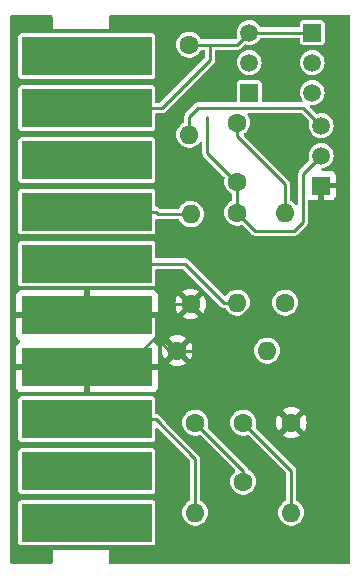
<source format=gbr>
G04 #@! TF.GenerationSoftware,KiCad,Pcbnew,8.0.1*
G04 #@! TF.CreationDate,2024-06-19T00:34:13-04:00*
G04 #@! TF.ProjectId,OdysseyDaughterCardVertSyncGenerator,4f647973-7365-4794-9461-756768746572,1.0*
G04 #@! TF.SameCoordinates,Original*
G04 #@! TF.FileFunction,Copper,L2,Bot*
G04 #@! TF.FilePolarity,Positive*
%FSLAX46Y46*%
G04 Gerber Fmt 4.6, Leading zero omitted, Abs format (unit mm)*
G04 Created by KiCad (PCBNEW 8.0.1) date 2024-06-19 00:34:13*
%MOMM*%
%LPD*%
G01*
G04 APERTURE LIST*
G04 #@! TA.AperFunction,ComponentPad*
%ADD10R,1.500000X1.500000*%
G04 #@! TD*
G04 #@! TA.AperFunction,ComponentPad*
%ADD11C,1.500000*%
G04 #@! TD*
G04 #@! TA.AperFunction,SMDPad,CuDef*
%ADD12R,11.000000X3.250000*%
G04 #@! TD*
G04 #@! TA.AperFunction,ComponentPad*
%ADD13C,1.600000*%
G04 #@! TD*
G04 #@! TA.AperFunction,ComponentPad*
%ADD14O,1.600000X1.600000*%
G04 #@! TD*
G04 #@! TA.AperFunction,Conductor*
%ADD15C,0.250000*%
G04 #@! TD*
G04 APERTURE END LIST*
D10*
X142748000Y-84328000D03*
D11*
X142748000Y-81788000D03*
X142748000Y-79248000D03*
D10*
X148082000Y-79248000D03*
D11*
X148082000Y-81788000D03*
X148082000Y-84328000D03*
D10*
X148844000Y-92202000D03*
D11*
X148844000Y-89662000D03*
X148844000Y-87122000D03*
D12*
X129000000Y-120749992D03*
X129000000Y-116361104D03*
X129000000Y-111972216D03*
X129000000Y-107583328D03*
X129000000Y-103194440D03*
X129000000Y-98805552D03*
X129000000Y-94416664D03*
X129000000Y-90027776D03*
X129000000Y-85638888D03*
X129000000Y-81250000D03*
D13*
X141732000Y-86868000D03*
X141732000Y-91868000D03*
X142240000Y-112268000D03*
X142240000Y-117268000D03*
X137668000Y-80264000D03*
D14*
X137668000Y-87884000D03*
D13*
X141732000Y-94488000D03*
D14*
X141732000Y-102108000D03*
D13*
X138176000Y-112268000D03*
D14*
X138176000Y-119888000D03*
D13*
X145796000Y-102108000D03*
D14*
X145796000Y-94488000D03*
D13*
X146304000Y-112268000D03*
D14*
X146304000Y-119888000D03*
D13*
X136652000Y-106172000D03*
D14*
X144272000Y-106172000D03*
D13*
X137795000Y-102235000D03*
D14*
X137795000Y-94615000D03*
D15*
X143256000Y-96012000D02*
X141732000Y-94488000D01*
X147320000Y-95250000D02*
X146558000Y-96012000D01*
X147320000Y-91186000D02*
X147320000Y-95250000D01*
X148844000Y-89662000D02*
X147320000Y-91186000D01*
X146558000Y-96012000D02*
X143256000Y-96012000D01*
X148844000Y-92202000D02*
X148844000Y-96587600D01*
X141732000Y-87999370D02*
X141732000Y-86868000D01*
X145796000Y-92063370D02*
X141732000Y-87999370D01*
X145796000Y-94488000D02*
X145796000Y-92063370D01*
X135341100Y-85638900D02*
X129000000Y-85638900D01*
X139416400Y-81563600D02*
X135341100Y-85638900D01*
X139416400Y-80264000D02*
X139416400Y-81563600D01*
X147320000Y-85598000D02*
X148844000Y-87122000D01*
X137668000Y-86360000D02*
X138430000Y-85598000D01*
X137668000Y-87884000D02*
X137668000Y-86360000D01*
X138430000Y-85598000D02*
X147320000Y-85598000D01*
X142748000Y-79248000D02*
X148082000Y-79248000D01*
X139416400Y-80264000D02*
X141732000Y-80264000D01*
X141732000Y-80264000D02*
X142748000Y-79248000D01*
X141652000Y-91868000D02*
X141732000Y-91868000D01*
X139192000Y-89408000D02*
X141652000Y-91868000D01*
X139192000Y-86360000D02*
X139192000Y-89408000D01*
X141732000Y-94488000D02*
X141732000Y-91868000D01*
X138176000Y-112268000D02*
X142240000Y-116332000D01*
X142240000Y-116332000D02*
X142240000Y-117268000D01*
X146304000Y-119888000D02*
X146304000Y-116332000D01*
X146304000Y-116332000D02*
X142240000Y-112268000D01*
X138176000Y-115322900D02*
X134825300Y-111972200D01*
X138176000Y-119888000D02*
X138176000Y-115322900D01*
X129000000Y-111972200D02*
X134825300Y-111972200D01*
X140208000Y-106172000D02*
X136652000Y-106172000D01*
X129000000Y-103194400D02*
X134825300Y-103194400D01*
X134825300Y-105022800D02*
X134825300Y-103194400D01*
X129000000Y-107583300D02*
X131912700Y-107583300D01*
X135784700Y-102235000D02*
X134825300Y-103194400D01*
X136652000Y-106172000D02*
X135974500Y-106172000D01*
X131912700Y-107583300D02*
X132264800Y-107583300D01*
X137795000Y-102235000D02*
X135784700Y-102235000D01*
X132264800Y-107583300D02*
X134825300Y-105022800D01*
X148844000Y-96587600D02*
X140208000Y-105223600D01*
X135974500Y-106172000D02*
X134825300Y-105022800D01*
X146304000Y-112268000D02*
X140208000Y-106172000D01*
X140208000Y-105223600D02*
X140208000Y-106172000D01*
X137668000Y-80264000D02*
X139416400Y-80264000D01*
X137795000Y-94615000D02*
X135023600Y-94615000D01*
X129000000Y-94416700D02*
X134825300Y-94416700D01*
X135023600Y-94615000D02*
X134825300Y-94416700D01*
X137304200Y-98805500D02*
X129000000Y-98805500D01*
X140606700Y-102108000D02*
X137304200Y-98805500D01*
X141732000Y-102108000D02*
X140606700Y-102108000D01*
G04 #@! TA.AperFunction,Conductor*
G36*
X126042539Y-77795185D02*
G01*
X126088294Y-77847989D01*
X126099500Y-77899500D01*
X126099500Y-78915018D01*
X126110994Y-78942767D01*
X126132233Y-78964006D01*
X126159982Y-78975500D01*
X126159984Y-78975500D01*
X130790016Y-78975500D01*
X130790018Y-78975500D01*
X130817767Y-78964006D01*
X130839006Y-78942767D01*
X130850500Y-78915018D01*
X130850500Y-77899500D01*
X130870185Y-77832461D01*
X130922989Y-77786706D01*
X130974500Y-77775500D01*
X151184500Y-77775500D01*
X151251539Y-77795185D01*
X151297294Y-77847989D01*
X151308500Y-77899500D01*
X151308500Y-124100500D01*
X151288815Y-124167539D01*
X151236011Y-124213294D01*
X151184500Y-124224500D01*
X130974500Y-124224500D01*
X130907461Y-124204815D01*
X130861706Y-124152011D01*
X130850500Y-124100500D01*
X130850500Y-123084983D01*
X130850500Y-123084982D01*
X130839006Y-123057233D01*
X130817767Y-123035994D01*
X130790018Y-123024500D01*
X126190018Y-123024500D01*
X126159982Y-123024500D01*
X126132231Y-123035995D01*
X126110995Y-123057231D01*
X126099500Y-123084982D01*
X126099500Y-124100500D01*
X126079815Y-124167539D01*
X126027011Y-124213294D01*
X125975500Y-124224500D01*
X122624500Y-124224500D01*
X122557461Y-124204815D01*
X122511706Y-124152011D01*
X122500500Y-124100500D01*
X122500500Y-122419848D01*
X123199500Y-122419848D01*
X123199502Y-122419874D01*
X123202413Y-122444979D01*
X123202415Y-122444983D01*
X123247793Y-122547756D01*
X123247794Y-122547757D01*
X123327235Y-122627198D01*
X123430009Y-122672577D01*
X123455135Y-122675492D01*
X134544864Y-122675491D01*
X134544879Y-122675489D01*
X134544882Y-122675489D01*
X134569987Y-122672578D01*
X134569988Y-122672577D01*
X134569991Y-122672577D01*
X134672765Y-122627198D01*
X134752206Y-122547757D01*
X134797585Y-122444983D01*
X134800500Y-122419857D01*
X134800499Y-119080128D01*
X134800497Y-119080109D01*
X134797586Y-119055004D01*
X134797585Y-119055002D01*
X134797585Y-119055001D01*
X134752206Y-118952227D01*
X134672765Y-118872786D01*
X134672441Y-118872643D01*
X134569992Y-118827407D01*
X134544865Y-118824492D01*
X123455143Y-118824492D01*
X123455117Y-118824494D01*
X123430012Y-118827405D01*
X123430008Y-118827407D01*
X123327235Y-118872785D01*
X123247794Y-118952226D01*
X123202415Y-119054998D01*
X123202415Y-119055000D01*
X123199500Y-119080123D01*
X123199500Y-122419848D01*
X122500500Y-122419848D01*
X122500500Y-118030960D01*
X123199500Y-118030960D01*
X123199502Y-118030986D01*
X123202413Y-118056091D01*
X123202415Y-118056095D01*
X123247793Y-118158868D01*
X123247794Y-118158869D01*
X123327235Y-118238310D01*
X123430009Y-118283689D01*
X123455135Y-118286604D01*
X134544864Y-118286603D01*
X134544879Y-118286601D01*
X134544882Y-118286601D01*
X134569987Y-118283690D01*
X134569988Y-118283689D01*
X134569991Y-118283689D01*
X134672765Y-118238310D01*
X134752206Y-118158869D01*
X134797585Y-118056095D01*
X134800500Y-118030969D01*
X134800499Y-114691240D01*
X134800497Y-114691221D01*
X134797586Y-114666116D01*
X134797585Y-114666114D01*
X134797585Y-114666113D01*
X134752206Y-114563339D01*
X134672765Y-114483898D01*
X134672763Y-114483897D01*
X134569992Y-114438519D01*
X134544865Y-114435604D01*
X123455143Y-114435604D01*
X123455117Y-114435606D01*
X123430012Y-114438517D01*
X123430008Y-114438519D01*
X123327235Y-114483897D01*
X123247794Y-114563338D01*
X123202415Y-114666110D01*
X123202415Y-114666112D01*
X123199500Y-114691235D01*
X123199500Y-118030960D01*
X122500500Y-118030960D01*
X122500500Y-113642072D01*
X123199500Y-113642072D01*
X123199502Y-113642098D01*
X123202413Y-113667203D01*
X123202415Y-113667207D01*
X123247793Y-113769980D01*
X123247794Y-113769981D01*
X123327235Y-113849422D01*
X123430009Y-113894801D01*
X123455135Y-113897716D01*
X134544864Y-113897715D01*
X134544879Y-113897713D01*
X134544882Y-113897713D01*
X134569987Y-113894802D01*
X134569988Y-113894801D01*
X134569991Y-113894801D01*
X134672765Y-113849422D01*
X134752206Y-113769981D01*
X134797585Y-113667207D01*
X134800500Y-113642081D01*
X134800499Y-112848508D01*
X134820183Y-112781470D01*
X134872987Y-112735715D01*
X134942146Y-112725771D01*
X135005702Y-112754796D01*
X135012180Y-112760828D01*
X137714181Y-115462828D01*
X137747666Y-115524151D01*
X137750500Y-115550509D01*
X137750500Y-118788444D01*
X137730815Y-118855483D01*
X137687447Y-118894359D01*
X137688237Y-118895634D01*
X137509960Y-119006017D01*
X137509958Y-119006019D01*
X137359237Y-119143418D01*
X137236327Y-119306178D01*
X137145422Y-119488739D01*
X137145417Y-119488752D01*
X137089602Y-119684917D01*
X137070785Y-119887999D01*
X137070785Y-119888000D01*
X137089602Y-120091082D01*
X137145417Y-120287247D01*
X137145422Y-120287260D01*
X137236327Y-120469821D01*
X137359237Y-120632581D01*
X137509958Y-120769980D01*
X137509960Y-120769982D01*
X137609141Y-120831392D01*
X137683363Y-120877348D01*
X137873544Y-120951024D01*
X138074024Y-120988500D01*
X138074026Y-120988500D01*
X138277974Y-120988500D01*
X138277976Y-120988500D01*
X138478456Y-120951024D01*
X138668637Y-120877348D01*
X138842041Y-120769981D01*
X138992764Y-120632579D01*
X139115673Y-120469821D01*
X139206582Y-120287250D01*
X139262397Y-120091083D01*
X139281215Y-119888000D01*
X139262397Y-119684917D01*
X139206582Y-119488750D01*
X139115673Y-119306179D01*
X138992764Y-119143421D01*
X138992762Y-119143418D01*
X138842041Y-119006019D01*
X138842039Y-119006017D01*
X138663763Y-118895634D01*
X138664620Y-118894248D01*
X138618987Y-118851934D01*
X138601500Y-118788444D01*
X138601500Y-115266884D01*
X138601500Y-115266882D01*
X138572503Y-115158663D01*
X138516485Y-115061637D01*
X138437263Y-114982415D01*
X138437262Y-114982414D01*
X138432932Y-114978084D01*
X138432921Y-114978074D01*
X135722848Y-112268000D01*
X137070785Y-112268000D01*
X137089602Y-112471082D01*
X137145417Y-112667247D01*
X137145422Y-112667260D01*
X137236327Y-112849821D01*
X137359237Y-113012581D01*
X137509958Y-113149980D01*
X137509960Y-113149982D01*
X137609141Y-113211392D01*
X137683363Y-113257348D01*
X137873544Y-113331024D01*
X138074024Y-113368500D01*
X138074026Y-113368500D01*
X138277974Y-113368500D01*
X138277976Y-113368500D01*
X138478456Y-113331024D01*
X138517586Y-113315865D01*
X138587209Y-113310002D01*
X138648950Y-113342711D01*
X138650062Y-113343810D01*
X141544021Y-116237769D01*
X141577506Y-116299092D01*
X141572522Y-116368784D01*
X141539878Y-116417087D01*
X141423237Y-116523418D01*
X141300327Y-116686178D01*
X141209422Y-116868739D01*
X141209417Y-116868752D01*
X141153602Y-117064917D01*
X141134785Y-117267999D01*
X141134785Y-117268000D01*
X141153602Y-117471082D01*
X141209417Y-117667247D01*
X141209422Y-117667260D01*
X141300327Y-117849821D01*
X141423237Y-118012581D01*
X141573958Y-118149980D01*
X141573960Y-118149982D01*
X141673141Y-118211392D01*
X141747363Y-118257348D01*
X141937544Y-118331024D01*
X142138024Y-118368500D01*
X142138026Y-118368500D01*
X142341974Y-118368500D01*
X142341976Y-118368500D01*
X142542456Y-118331024D01*
X142732637Y-118257348D01*
X142906041Y-118149981D01*
X143056764Y-118012579D01*
X143179673Y-117849821D01*
X143270582Y-117667250D01*
X143326397Y-117471083D01*
X143345215Y-117268000D01*
X143326397Y-117064917D01*
X143270582Y-116868750D01*
X143179673Y-116686179D01*
X143056764Y-116523421D01*
X143056762Y-116523418D01*
X142906042Y-116386020D01*
X142906041Y-116386019D01*
X142765649Y-116299092D01*
X142732638Y-116278652D01*
X142722618Y-116274770D01*
X142717210Y-116272675D01*
X142661810Y-116230103D01*
X142642231Y-116189142D01*
X142636503Y-116167764D01*
X142636501Y-116167760D01*
X142580485Y-116070737D01*
X142501263Y-115991515D01*
X139251556Y-112741808D01*
X139218071Y-112680485D01*
X139219971Y-112620192D01*
X139240186Y-112549147D01*
X139262397Y-112471083D01*
X139281215Y-112268000D01*
X141134785Y-112268000D01*
X141153602Y-112471082D01*
X141209417Y-112667247D01*
X141209422Y-112667260D01*
X141300327Y-112849821D01*
X141423237Y-113012581D01*
X141573958Y-113149980D01*
X141573960Y-113149982D01*
X141673141Y-113211392D01*
X141747363Y-113257348D01*
X141937544Y-113331024D01*
X142138024Y-113368500D01*
X142138026Y-113368500D01*
X142341974Y-113368500D01*
X142341976Y-113368500D01*
X142542456Y-113331024D01*
X142581586Y-113315865D01*
X142651209Y-113310002D01*
X142712950Y-113342711D01*
X142714062Y-113343810D01*
X145842181Y-116471929D01*
X145875666Y-116533252D01*
X145878500Y-116559610D01*
X145878500Y-118788444D01*
X145858815Y-118855483D01*
X145815447Y-118894359D01*
X145816237Y-118895634D01*
X145637960Y-119006017D01*
X145637958Y-119006019D01*
X145487237Y-119143418D01*
X145364327Y-119306178D01*
X145273422Y-119488739D01*
X145273417Y-119488752D01*
X145217602Y-119684917D01*
X145198785Y-119887999D01*
X145198785Y-119888000D01*
X145217602Y-120091082D01*
X145273417Y-120287247D01*
X145273422Y-120287260D01*
X145364327Y-120469821D01*
X145487237Y-120632581D01*
X145637958Y-120769980D01*
X145637960Y-120769982D01*
X145737141Y-120831392D01*
X145811363Y-120877348D01*
X146001544Y-120951024D01*
X146202024Y-120988500D01*
X146202026Y-120988500D01*
X146405974Y-120988500D01*
X146405976Y-120988500D01*
X146606456Y-120951024D01*
X146796637Y-120877348D01*
X146970041Y-120769981D01*
X147120764Y-120632579D01*
X147243673Y-120469821D01*
X147334582Y-120287250D01*
X147390397Y-120091083D01*
X147409215Y-119888000D01*
X147390397Y-119684917D01*
X147334582Y-119488750D01*
X147243673Y-119306179D01*
X147120764Y-119143421D01*
X147120762Y-119143418D01*
X146970041Y-119006019D01*
X146970039Y-119006017D01*
X146791763Y-118895634D01*
X146792620Y-118894248D01*
X146746987Y-118851934D01*
X146729500Y-118788444D01*
X146729500Y-116275984D01*
X146729500Y-116275982D01*
X146700503Y-116167763D01*
X146644485Y-116070737D01*
X146565263Y-115991515D01*
X143315556Y-112741808D01*
X143282071Y-112680485D01*
X143283971Y-112620192D01*
X143304186Y-112549147D01*
X143326397Y-112471083D01*
X143345215Y-112268002D01*
X144999034Y-112268002D01*
X145018858Y-112494599D01*
X145018860Y-112494610D01*
X145077730Y-112714317D01*
X145077735Y-112714331D01*
X145173863Y-112920478D01*
X145224974Y-112993472D01*
X145904000Y-112314446D01*
X145904000Y-112320661D01*
X145931259Y-112422394D01*
X145983920Y-112513606D01*
X146058394Y-112588080D01*
X146149606Y-112640741D01*
X146251339Y-112668000D01*
X146257553Y-112668000D01*
X145578526Y-113347025D01*
X145651513Y-113398132D01*
X145651521Y-113398136D01*
X145857668Y-113494264D01*
X145857682Y-113494269D01*
X146077389Y-113553139D01*
X146077400Y-113553141D01*
X146303998Y-113572966D01*
X146304002Y-113572966D01*
X146530599Y-113553141D01*
X146530610Y-113553139D01*
X146750317Y-113494269D01*
X146750331Y-113494264D01*
X146956478Y-113398136D01*
X147029471Y-113347024D01*
X146350447Y-112668000D01*
X146356661Y-112668000D01*
X146458394Y-112640741D01*
X146549606Y-112588080D01*
X146624080Y-112513606D01*
X146676741Y-112422394D01*
X146704000Y-112320661D01*
X146704000Y-112314447D01*
X147383024Y-112993471D01*
X147434136Y-112920478D01*
X147530264Y-112714331D01*
X147530269Y-112714317D01*
X147589139Y-112494610D01*
X147589141Y-112494599D01*
X147608966Y-112268002D01*
X147608966Y-112267997D01*
X147589141Y-112041400D01*
X147589139Y-112041389D01*
X147530269Y-111821682D01*
X147530264Y-111821668D01*
X147434136Y-111615521D01*
X147434132Y-111615513D01*
X147383025Y-111542526D01*
X146704000Y-112221551D01*
X146704000Y-112215339D01*
X146676741Y-112113606D01*
X146624080Y-112022394D01*
X146549606Y-111947920D01*
X146458394Y-111895259D01*
X146356661Y-111868000D01*
X146350448Y-111868000D01*
X147029472Y-111188974D01*
X146956478Y-111137863D01*
X146750331Y-111041735D01*
X146750317Y-111041730D01*
X146530610Y-110982860D01*
X146530599Y-110982858D01*
X146304002Y-110963034D01*
X146303998Y-110963034D01*
X146077400Y-110982858D01*
X146077389Y-110982860D01*
X145857682Y-111041730D01*
X145857673Y-111041734D01*
X145651516Y-111137866D01*
X145651512Y-111137868D01*
X145578526Y-111188973D01*
X145578526Y-111188974D01*
X146257553Y-111868000D01*
X146251339Y-111868000D01*
X146149606Y-111895259D01*
X146058394Y-111947920D01*
X145983920Y-112022394D01*
X145931259Y-112113606D01*
X145904000Y-112215339D01*
X145904000Y-112221552D01*
X145224974Y-111542526D01*
X145224973Y-111542526D01*
X145173868Y-111615512D01*
X145173866Y-111615516D01*
X145077734Y-111821673D01*
X145077730Y-111821682D01*
X145018860Y-112041389D01*
X145018858Y-112041400D01*
X144999034Y-112267997D01*
X144999034Y-112268002D01*
X143345215Y-112268002D01*
X143345215Y-112268000D01*
X143326397Y-112064917D01*
X143270582Y-111868750D01*
X143179673Y-111686179D01*
X143076587Y-111549671D01*
X143056762Y-111523418D01*
X142906041Y-111386019D01*
X142906039Y-111386017D01*
X142732642Y-111278655D01*
X142732635Y-111278651D01*
X142637546Y-111241814D01*
X142542456Y-111204976D01*
X142341976Y-111167500D01*
X142138024Y-111167500D01*
X141937544Y-111204976D01*
X141937541Y-111204976D01*
X141937541Y-111204977D01*
X141747364Y-111278651D01*
X141747357Y-111278655D01*
X141573960Y-111386017D01*
X141573958Y-111386019D01*
X141423237Y-111523418D01*
X141300327Y-111686178D01*
X141209422Y-111868739D01*
X141209417Y-111868752D01*
X141153602Y-112064917D01*
X141134785Y-112267999D01*
X141134785Y-112268000D01*
X139281215Y-112268000D01*
X139262397Y-112064917D01*
X139206582Y-111868750D01*
X139115673Y-111686179D01*
X139012587Y-111549671D01*
X138992762Y-111523418D01*
X138842041Y-111386019D01*
X138842039Y-111386017D01*
X138668642Y-111278655D01*
X138668635Y-111278651D01*
X138573546Y-111241814D01*
X138478456Y-111204976D01*
X138277976Y-111167500D01*
X138074024Y-111167500D01*
X137873544Y-111204976D01*
X137873541Y-111204976D01*
X137873541Y-111204977D01*
X137683364Y-111278651D01*
X137683357Y-111278655D01*
X137509960Y-111386017D01*
X137509958Y-111386019D01*
X137359237Y-111523418D01*
X137236327Y-111686178D01*
X137145422Y-111868739D01*
X137145417Y-111868752D01*
X137089602Y-112064917D01*
X137070785Y-112267999D01*
X137070785Y-112268000D01*
X135722848Y-112268000D01*
X135086565Y-111631717D01*
X135086564Y-111631716D01*
X135086563Y-111631715D01*
X134989539Y-111575698D01*
X134989538Y-111575697D01*
X134940898Y-111562664D01*
X134892404Y-111549670D01*
X134832745Y-111513306D01*
X134802216Y-111450459D01*
X134800499Y-111429896D01*
X134800499Y-110302359D01*
X134800499Y-110302352D01*
X134800497Y-110302333D01*
X134797586Y-110277228D01*
X134797585Y-110277226D01*
X134797585Y-110277225D01*
X134752206Y-110174451D01*
X134672765Y-110095010D01*
X134672763Y-110095009D01*
X134569992Y-110049631D01*
X134544865Y-110046716D01*
X123455143Y-110046716D01*
X123455117Y-110046718D01*
X123430012Y-110049629D01*
X123430008Y-110049631D01*
X123327235Y-110095009D01*
X123247794Y-110174450D01*
X123202415Y-110277222D01*
X123202415Y-110277224D01*
X123199500Y-110302347D01*
X123199500Y-113642072D01*
X122500500Y-113642072D01*
X122500500Y-107833328D01*
X123000000Y-107833328D01*
X123000000Y-109256172D01*
X123006401Y-109315700D01*
X123006403Y-109315707D01*
X123056645Y-109450414D01*
X123056649Y-109450421D01*
X123142809Y-109565515D01*
X123142812Y-109565518D01*
X123257906Y-109651678D01*
X123257913Y-109651682D01*
X123392620Y-109701924D01*
X123392627Y-109701926D01*
X123452155Y-109708327D01*
X123452172Y-109708328D01*
X128750000Y-109708328D01*
X128750000Y-107833328D01*
X129250000Y-107833328D01*
X129250000Y-109708328D01*
X134547828Y-109708328D01*
X134547844Y-109708327D01*
X134607372Y-109701926D01*
X134607379Y-109701924D01*
X134742086Y-109651682D01*
X134742093Y-109651678D01*
X134857187Y-109565518D01*
X134857190Y-109565515D01*
X134943350Y-109450421D01*
X134943354Y-109450414D01*
X134993596Y-109315707D01*
X134993598Y-109315700D01*
X134999999Y-109256172D01*
X135000000Y-109256155D01*
X135000000Y-107833328D01*
X129250000Y-107833328D01*
X128750000Y-107833328D01*
X123000000Y-107833328D01*
X122500500Y-107833328D01*
X122500500Y-103444440D01*
X123000000Y-103444440D01*
X123000000Y-104867284D01*
X123006401Y-104926812D01*
X123006403Y-104926819D01*
X123056645Y-105061526D01*
X123056649Y-105061533D01*
X123142809Y-105176627D01*
X123142812Y-105176630D01*
X123257906Y-105262790D01*
X123257913Y-105262794D01*
X123284477Y-105272702D01*
X123340411Y-105314573D01*
X123364828Y-105380038D01*
X123349976Y-105448311D01*
X123300571Y-105497716D01*
X123284477Y-105505066D01*
X123257913Y-105514973D01*
X123257906Y-105514977D01*
X123142812Y-105601137D01*
X123142809Y-105601140D01*
X123056649Y-105716234D01*
X123056645Y-105716241D01*
X123006403Y-105850948D01*
X123006401Y-105850955D01*
X123000000Y-105910483D01*
X123000000Y-107333328D01*
X135000000Y-107333328D01*
X135000000Y-106172002D01*
X135347034Y-106172002D01*
X135366858Y-106398599D01*
X135366860Y-106398610D01*
X135425730Y-106618317D01*
X135425735Y-106618331D01*
X135521863Y-106824478D01*
X135572974Y-106897472D01*
X136252000Y-106218446D01*
X136252000Y-106224661D01*
X136279259Y-106326394D01*
X136331920Y-106417606D01*
X136406394Y-106492080D01*
X136497606Y-106544741D01*
X136599339Y-106572000D01*
X136605553Y-106572000D01*
X135926526Y-107251025D01*
X135999513Y-107302132D01*
X135999521Y-107302136D01*
X136205668Y-107398264D01*
X136205682Y-107398269D01*
X136425389Y-107457139D01*
X136425400Y-107457141D01*
X136651998Y-107476966D01*
X136652002Y-107476966D01*
X136878599Y-107457141D01*
X136878610Y-107457139D01*
X137098317Y-107398269D01*
X137098331Y-107398264D01*
X137304478Y-107302136D01*
X137377471Y-107251024D01*
X136698447Y-106572000D01*
X136704661Y-106572000D01*
X136806394Y-106544741D01*
X136897606Y-106492080D01*
X136972080Y-106417606D01*
X137024741Y-106326394D01*
X137052000Y-106224661D01*
X137052000Y-106218447D01*
X137731024Y-106897471D01*
X137782136Y-106824478D01*
X137878264Y-106618331D01*
X137878269Y-106618317D01*
X137937139Y-106398610D01*
X137937141Y-106398599D01*
X137956966Y-106172002D01*
X137956966Y-106172000D01*
X143166785Y-106172000D01*
X143185602Y-106375082D01*
X143241417Y-106571247D01*
X143241422Y-106571260D01*
X143332327Y-106753821D01*
X143455237Y-106916581D01*
X143605958Y-107053980D01*
X143605960Y-107053982D01*
X143705141Y-107115392D01*
X143779363Y-107161348D01*
X143969544Y-107235024D01*
X144170024Y-107272500D01*
X144170026Y-107272500D01*
X144373974Y-107272500D01*
X144373976Y-107272500D01*
X144574456Y-107235024D01*
X144764637Y-107161348D01*
X144938041Y-107053981D01*
X145088764Y-106916579D01*
X145211673Y-106753821D01*
X145302582Y-106571250D01*
X145358397Y-106375083D01*
X145377215Y-106172000D01*
X145358397Y-105968917D01*
X145302582Y-105772750D01*
X145211673Y-105590179D01*
X145115780Y-105463196D01*
X145088762Y-105427418D01*
X144938041Y-105290019D01*
X144938039Y-105290017D01*
X144764642Y-105182655D01*
X144764635Y-105182651D01*
X144669546Y-105145814D01*
X144574456Y-105108976D01*
X144373976Y-105071500D01*
X144170024Y-105071500D01*
X143969544Y-105108976D01*
X143969541Y-105108976D01*
X143969541Y-105108977D01*
X143779364Y-105182651D01*
X143779357Y-105182655D01*
X143605960Y-105290017D01*
X143605958Y-105290019D01*
X143455237Y-105427418D01*
X143332327Y-105590178D01*
X143241422Y-105772739D01*
X143241417Y-105772752D01*
X143185602Y-105968917D01*
X143166785Y-106171999D01*
X143166785Y-106172000D01*
X137956966Y-106172000D01*
X137956966Y-106171997D01*
X137937141Y-105945400D01*
X137937139Y-105945389D01*
X137878269Y-105725682D01*
X137878264Y-105725668D01*
X137782136Y-105519521D01*
X137782132Y-105519513D01*
X137731025Y-105446526D01*
X137052000Y-106125551D01*
X137052000Y-106119339D01*
X137024741Y-106017606D01*
X136972080Y-105926394D01*
X136897606Y-105851920D01*
X136806394Y-105799259D01*
X136704661Y-105772000D01*
X136698448Y-105772000D01*
X137377472Y-105092974D01*
X137304478Y-105041863D01*
X137098331Y-104945735D01*
X137098317Y-104945730D01*
X136878610Y-104886860D01*
X136878599Y-104886858D01*
X136652002Y-104867034D01*
X136651998Y-104867034D01*
X136425400Y-104886858D01*
X136425389Y-104886860D01*
X136205682Y-104945730D01*
X136205673Y-104945734D01*
X135999516Y-105041866D01*
X135999512Y-105041868D01*
X135926526Y-105092973D01*
X135926526Y-105092974D01*
X136605553Y-105772000D01*
X136599339Y-105772000D01*
X136497606Y-105799259D01*
X136406394Y-105851920D01*
X136331920Y-105926394D01*
X136279259Y-106017606D01*
X136252000Y-106119339D01*
X136252000Y-106125552D01*
X135572974Y-105446526D01*
X135572973Y-105446526D01*
X135521868Y-105519512D01*
X135521866Y-105519516D01*
X135425734Y-105725673D01*
X135425730Y-105725682D01*
X135366860Y-105945389D01*
X135366858Y-105945400D01*
X135347034Y-106171997D01*
X135347034Y-106172002D01*
X135000000Y-106172002D01*
X135000000Y-105910500D01*
X134999999Y-105910483D01*
X134993598Y-105850955D01*
X134993596Y-105850948D01*
X134943354Y-105716241D01*
X134943350Y-105716234D01*
X134857190Y-105601140D01*
X134857187Y-105601137D01*
X134742093Y-105514977D01*
X134742084Y-105514972D01*
X134715523Y-105505066D01*
X134659589Y-105463196D01*
X134635171Y-105397731D01*
X134650022Y-105329458D01*
X134699427Y-105280052D01*
X134715523Y-105272702D01*
X134742084Y-105262795D01*
X134742093Y-105262790D01*
X134857187Y-105176630D01*
X134857190Y-105176627D01*
X134943350Y-105061533D01*
X134943354Y-105061526D01*
X134993596Y-104926819D01*
X134993598Y-104926812D01*
X134999999Y-104867284D01*
X135000000Y-104867267D01*
X135000000Y-103444440D01*
X123000000Y-103444440D01*
X122500500Y-103444440D01*
X122500500Y-102944440D01*
X123000000Y-102944440D01*
X128750000Y-102944440D01*
X128750000Y-101069440D01*
X129250000Y-101069440D01*
X129250000Y-102944440D01*
X135000000Y-102944440D01*
X135000000Y-102235002D01*
X136490034Y-102235002D01*
X136509858Y-102461599D01*
X136509860Y-102461610D01*
X136568730Y-102681317D01*
X136568735Y-102681331D01*
X136664863Y-102887478D01*
X136715974Y-102960472D01*
X137395000Y-102281446D01*
X137395000Y-102287661D01*
X137422259Y-102389394D01*
X137474920Y-102480606D01*
X137549394Y-102555080D01*
X137640606Y-102607741D01*
X137742339Y-102635000D01*
X137748553Y-102635000D01*
X137069526Y-103314025D01*
X137142513Y-103365132D01*
X137142521Y-103365136D01*
X137348668Y-103461264D01*
X137348682Y-103461269D01*
X137568389Y-103520139D01*
X137568400Y-103520141D01*
X137794998Y-103539966D01*
X137795002Y-103539966D01*
X138021599Y-103520141D01*
X138021610Y-103520139D01*
X138241317Y-103461269D01*
X138241331Y-103461264D01*
X138447478Y-103365136D01*
X138520471Y-103314024D01*
X137841447Y-102635000D01*
X137847661Y-102635000D01*
X137949394Y-102607741D01*
X138040606Y-102555080D01*
X138115080Y-102480606D01*
X138167741Y-102389394D01*
X138195000Y-102287661D01*
X138195000Y-102281447D01*
X138874024Y-102960471D01*
X138925136Y-102887478D01*
X139021264Y-102681331D01*
X139021269Y-102681317D01*
X139080139Y-102461610D01*
X139080141Y-102461599D01*
X139099966Y-102235002D01*
X139099966Y-102234997D01*
X139080141Y-102008400D01*
X139080139Y-102008389D01*
X139021269Y-101788682D01*
X139021264Y-101788668D01*
X138925136Y-101582521D01*
X138925132Y-101582513D01*
X138874025Y-101509526D01*
X138195000Y-102188551D01*
X138195000Y-102182339D01*
X138167741Y-102080606D01*
X138115080Y-101989394D01*
X138040606Y-101914920D01*
X137949394Y-101862259D01*
X137847661Y-101835000D01*
X137841448Y-101835000D01*
X138520472Y-101155974D01*
X138447478Y-101104863D01*
X138241331Y-101008735D01*
X138241317Y-101008730D01*
X138021610Y-100949860D01*
X138021599Y-100949858D01*
X137795002Y-100930034D01*
X137794998Y-100930034D01*
X137568400Y-100949858D01*
X137568389Y-100949860D01*
X137348682Y-101008730D01*
X137348673Y-101008734D01*
X137142516Y-101104866D01*
X137142512Y-101104868D01*
X137069526Y-101155973D01*
X137069526Y-101155974D01*
X137748553Y-101835000D01*
X137742339Y-101835000D01*
X137640606Y-101862259D01*
X137549394Y-101914920D01*
X137474920Y-101989394D01*
X137422259Y-102080606D01*
X137395000Y-102182339D01*
X137395000Y-102188552D01*
X136715974Y-101509526D01*
X136715973Y-101509526D01*
X136664868Y-101582512D01*
X136664866Y-101582516D01*
X136568734Y-101788673D01*
X136568730Y-101788682D01*
X136509860Y-102008389D01*
X136509858Y-102008400D01*
X136490034Y-102234997D01*
X136490034Y-102235002D01*
X135000000Y-102235002D01*
X135000000Y-101521612D01*
X134999999Y-101521595D01*
X134993598Y-101462067D01*
X134993596Y-101462060D01*
X134943354Y-101327353D01*
X134943350Y-101327346D01*
X134857190Y-101212252D01*
X134857187Y-101212249D01*
X134742093Y-101126089D01*
X134742086Y-101126085D01*
X134607379Y-101075843D01*
X134607372Y-101075841D01*
X134547844Y-101069440D01*
X129250000Y-101069440D01*
X128750000Y-101069440D01*
X123452155Y-101069440D01*
X123392627Y-101075841D01*
X123392620Y-101075843D01*
X123257913Y-101126085D01*
X123257906Y-101126089D01*
X123142812Y-101212249D01*
X123142809Y-101212252D01*
X123056649Y-101327346D01*
X123056645Y-101327353D01*
X123006403Y-101462060D01*
X123006401Y-101462067D01*
X123000000Y-101521595D01*
X123000000Y-102944440D01*
X122500500Y-102944440D01*
X122500500Y-100475408D01*
X123199500Y-100475408D01*
X123199502Y-100475434D01*
X123202413Y-100500539D01*
X123202415Y-100500543D01*
X123247793Y-100603316D01*
X123247794Y-100603317D01*
X123327235Y-100682758D01*
X123430009Y-100728137D01*
X123455135Y-100731052D01*
X134544864Y-100731051D01*
X134544879Y-100731049D01*
X134544882Y-100731049D01*
X134569987Y-100728138D01*
X134569988Y-100728137D01*
X134569991Y-100728137D01*
X134672765Y-100682758D01*
X134752206Y-100603317D01*
X134797585Y-100500543D01*
X134800500Y-100475417D01*
X134800500Y-99355000D01*
X134820185Y-99287961D01*
X134872989Y-99242206D01*
X134924500Y-99231000D01*
X137076590Y-99231000D01*
X137143629Y-99250685D01*
X137164271Y-99267319D01*
X140261874Y-102364921D01*
X140261884Y-102364932D01*
X140266214Y-102369262D01*
X140266215Y-102369263D01*
X140345437Y-102448485D01*
X140442463Y-102504503D01*
X140550681Y-102533500D01*
X140550682Y-102533500D01*
X140637712Y-102533500D01*
X140704751Y-102553185D01*
X140748710Y-102602225D01*
X140792327Y-102689821D01*
X140792329Y-102689823D01*
X140915237Y-102852581D01*
X141065958Y-102989980D01*
X141065960Y-102989982D01*
X141165141Y-103051392D01*
X141239363Y-103097348D01*
X141429544Y-103171024D01*
X141630024Y-103208500D01*
X141630026Y-103208500D01*
X141833974Y-103208500D01*
X141833976Y-103208500D01*
X142034456Y-103171024D01*
X142224637Y-103097348D01*
X142398041Y-102989981D01*
X142548764Y-102852579D01*
X142671673Y-102689821D01*
X142762582Y-102507250D01*
X142818397Y-102311083D01*
X142837215Y-102108000D01*
X144690785Y-102108000D01*
X144709602Y-102311082D01*
X144765417Y-102507247D01*
X144765422Y-102507260D01*
X144856327Y-102689821D01*
X144979237Y-102852581D01*
X145129958Y-102989980D01*
X145129960Y-102989982D01*
X145229141Y-103051392D01*
X145303363Y-103097348D01*
X145493544Y-103171024D01*
X145694024Y-103208500D01*
X145694026Y-103208500D01*
X145897974Y-103208500D01*
X145897976Y-103208500D01*
X146098456Y-103171024D01*
X146288637Y-103097348D01*
X146462041Y-102989981D01*
X146612764Y-102852579D01*
X146735673Y-102689821D01*
X146826582Y-102507250D01*
X146882397Y-102311083D01*
X146901215Y-102108000D01*
X146882397Y-101904917D01*
X146826582Y-101708750D01*
X146735673Y-101526179D01*
X146612764Y-101363421D01*
X146612762Y-101363418D01*
X146462041Y-101226019D01*
X146462039Y-101226017D01*
X146288642Y-101118655D01*
X146288635Y-101118651D01*
X146161605Y-101069440D01*
X146098456Y-101044976D01*
X145897976Y-101007500D01*
X145694024Y-101007500D01*
X145493544Y-101044976D01*
X145493541Y-101044976D01*
X145493541Y-101044977D01*
X145303364Y-101118651D01*
X145303357Y-101118655D01*
X145129960Y-101226017D01*
X145129958Y-101226019D01*
X144979237Y-101363418D01*
X144856327Y-101526178D01*
X144765422Y-101708739D01*
X144765417Y-101708752D01*
X144709602Y-101904917D01*
X144690785Y-102107999D01*
X144690785Y-102108000D01*
X142837215Y-102108000D01*
X142818397Y-101904917D01*
X142762582Y-101708750D01*
X142671673Y-101526179D01*
X142548764Y-101363421D01*
X142548762Y-101363418D01*
X142398041Y-101226019D01*
X142398039Y-101226017D01*
X142224642Y-101118655D01*
X142224635Y-101118651D01*
X142097605Y-101069440D01*
X142034456Y-101044976D01*
X141833976Y-101007500D01*
X141630024Y-101007500D01*
X141429544Y-101044976D01*
X141429541Y-101044976D01*
X141429541Y-101044977D01*
X141239364Y-101118651D01*
X141239357Y-101118655D01*
X141065960Y-101226017D01*
X141065958Y-101226019D01*
X140915237Y-101363419D01*
X140806907Y-101506871D01*
X140750798Y-101548507D01*
X140681086Y-101553198D01*
X140620272Y-101519825D01*
X137565465Y-98465017D01*
X137565464Y-98465016D01*
X137565463Y-98465015D01*
X137468437Y-98408997D01*
X137360218Y-98380000D01*
X137360217Y-98380000D01*
X134924499Y-98380000D01*
X134857460Y-98360315D01*
X134811705Y-98307511D01*
X134800499Y-98256000D01*
X134800499Y-97135695D01*
X134800499Y-97135688D01*
X134800497Y-97135669D01*
X134797586Y-97110564D01*
X134797585Y-97110562D01*
X134797585Y-97110561D01*
X134752206Y-97007787D01*
X134672765Y-96928346D01*
X134672763Y-96928345D01*
X134569992Y-96882967D01*
X134544865Y-96880052D01*
X123455143Y-96880052D01*
X123455117Y-96880054D01*
X123430012Y-96882965D01*
X123430008Y-96882967D01*
X123327235Y-96928345D01*
X123247794Y-97007786D01*
X123202415Y-97110558D01*
X123202415Y-97110560D01*
X123199500Y-97135683D01*
X123199500Y-100475408D01*
X122500500Y-100475408D01*
X122500500Y-96086520D01*
X123199500Y-96086520D01*
X123199502Y-96086546D01*
X123202413Y-96111651D01*
X123202415Y-96111655D01*
X123247793Y-96214428D01*
X123247794Y-96214429D01*
X123327235Y-96293870D01*
X123430009Y-96339249D01*
X123455135Y-96342164D01*
X134544864Y-96342163D01*
X134544879Y-96342161D01*
X134544882Y-96342161D01*
X134569987Y-96339250D01*
X134569988Y-96339249D01*
X134569991Y-96339249D01*
X134672765Y-96293870D01*
X134752206Y-96214429D01*
X134797585Y-96111655D01*
X134800500Y-96086529D01*
X134800499Y-95157328D01*
X134820183Y-95090290D01*
X134872987Y-95044535D01*
X134942146Y-95034591D01*
X134956584Y-95037553D01*
X134967582Y-95040500D01*
X135079619Y-95040500D01*
X136700712Y-95040500D01*
X136767751Y-95060185D01*
X136811710Y-95109225D01*
X136855327Y-95196821D01*
X136855329Y-95196823D01*
X136978237Y-95359581D01*
X137128958Y-95496980D01*
X137128960Y-95496982D01*
X137152025Y-95511263D01*
X137302363Y-95604348D01*
X137492544Y-95678024D01*
X137693024Y-95715500D01*
X137693026Y-95715500D01*
X137896974Y-95715500D01*
X137896976Y-95715500D01*
X138097456Y-95678024D01*
X138287637Y-95604348D01*
X138461041Y-95496981D01*
X138599386Y-95370863D01*
X138611762Y-95359581D01*
X138652211Y-95306018D01*
X138734673Y-95196821D01*
X138825582Y-95014250D01*
X138881397Y-94818083D01*
X138900215Y-94615000D01*
X138881397Y-94411917D01*
X138825582Y-94215750D01*
X138734673Y-94033179D01*
X138638767Y-93906179D01*
X138611762Y-93870418D01*
X138461041Y-93733019D01*
X138461039Y-93733017D01*
X138287642Y-93625655D01*
X138287635Y-93625651D01*
X138192546Y-93588814D01*
X138097456Y-93551976D01*
X137896976Y-93514500D01*
X137693024Y-93514500D01*
X137492544Y-93551976D01*
X137492541Y-93551976D01*
X137492541Y-93551977D01*
X137302364Y-93625651D01*
X137302357Y-93625655D01*
X137128960Y-93733017D01*
X137128958Y-93733019D01*
X136978237Y-93870418D01*
X136855329Y-94033176D01*
X136855327Y-94033179D01*
X136811710Y-94120774D01*
X136764210Y-94172008D01*
X136700712Y-94189500D01*
X135251210Y-94189500D01*
X135184171Y-94169815D01*
X135163529Y-94153181D01*
X135086565Y-94076217D01*
X135086563Y-94076215D01*
X135021879Y-94038869D01*
X134989539Y-94020198D01*
X134989538Y-94020197D01*
X134940898Y-94007164D01*
X134892404Y-93994170D01*
X134832745Y-93957806D01*
X134802216Y-93894959D01*
X134800499Y-93874396D01*
X134800499Y-92746807D01*
X134800499Y-92746800D01*
X134800497Y-92746781D01*
X134797586Y-92721676D01*
X134797585Y-92721674D01*
X134797585Y-92721673D01*
X134752206Y-92618899D01*
X134672765Y-92539458D01*
X134672763Y-92539457D01*
X134569992Y-92494079D01*
X134544865Y-92491164D01*
X123455143Y-92491164D01*
X123455117Y-92491166D01*
X123430012Y-92494077D01*
X123430008Y-92494079D01*
X123327235Y-92539457D01*
X123247794Y-92618898D01*
X123202415Y-92721670D01*
X123202415Y-92721672D01*
X123199500Y-92746795D01*
X123199500Y-96086520D01*
X122500500Y-96086520D01*
X122500500Y-91697632D01*
X123199500Y-91697632D01*
X123199502Y-91697658D01*
X123202413Y-91722763D01*
X123202415Y-91722767D01*
X123247793Y-91825540D01*
X123247794Y-91825541D01*
X123327235Y-91904982D01*
X123430009Y-91950361D01*
X123455135Y-91953276D01*
X134544864Y-91953275D01*
X134544879Y-91953273D01*
X134544882Y-91953273D01*
X134569987Y-91950362D01*
X134569988Y-91950361D01*
X134569991Y-91950361D01*
X134672765Y-91904982D01*
X134752206Y-91825541D01*
X134797585Y-91722767D01*
X134800500Y-91697641D01*
X134800499Y-88357912D01*
X134800497Y-88357893D01*
X134797586Y-88332788D01*
X134797585Y-88332786D01*
X134797585Y-88332785D01*
X134752206Y-88230011D01*
X134672765Y-88150570D01*
X134672763Y-88150569D01*
X134569992Y-88105191D01*
X134544865Y-88102276D01*
X123455143Y-88102276D01*
X123455117Y-88102278D01*
X123430012Y-88105189D01*
X123430008Y-88105191D01*
X123327235Y-88150569D01*
X123247794Y-88230010D01*
X123202415Y-88332782D01*
X123202415Y-88332784D01*
X123199500Y-88357907D01*
X123199500Y-91697632D01*
X122500500Y-91697632D01*
X122500500Y-87884000D01*
X136562785Y-87884000D01*
X136581602Y-88087082D01*
X136637417Y-88283247D01*
X136637422Y-88283260D01*
X136728327Y-88465821D01*
X136851237Y-88628581D01*
X137001958Y-88765980D01*
X137001960Y-88765982D01*
X137101141Y-88827392D01*
X137175363Y-88873348D01*
X137365544Y-88947024D01*
X137566024Y-88984500D01*
X137566026Y-88984500D01*
X137769974Y-88984500D01*
X137769976Y-88984500D01*
X137970456Y-88947024D01*
X138160637Y-88873348D01*
X138334041Y-88765981D01*
X138484764Y-88628579D01*
X138543547Y-88550737D01*
X138599654Y-88509102D01*
X138669366Y-88504410D01*
X138730548Y-88538152D01*
X138763776Y-88599615D01*
X138766500Y-88625465D01*
X138766500Y-89351982D01*
X138766500Y-89464018D01*
X138795497Y-89572237D01*
X138851515Y-89669263D01*
X138851517Y-89669265D01*
X140638723Y-91456471D01*
X140672208Y-91517794D01*
X140670309Y-91578083D01*
X140650327Y-91648311D01*
X140645602Y-91664920D01*
X140626785Y-91867999D01*
X140626785Y-91868000D01*
X140645602Y-92071082D01*
X140701417Y-92267247D01*
X140701422Y-92267260D01*
X140792327Y-92449821D01*
X140915237Y-92612581D01*
X141065958Y-92749980D01*
X141065960Y-92749982D01*
X141244237Y-92860366D01*
X141243375Y-92861756D01*
X141288998Y-92904041D01*
X141306500Y-92967555D01*
X141306500Y-93388444D01*
X141286815Y-93455483D01*
X141243447Y-93494359D01*
X141244237Y-93495634D01*
X141065960Y-93606017D01*
X141065958Y-93606019D01*
X140915237Y-93743418D01*
X140792327Y-93906178D01*
X140701422Y-94088739D01*
X140701417Y-94088752D01*
X140645602Y-94284917D01*
X140626785Y-94487999D01*
X140626785Y-94488000D01*
X140645602Y-94691082D01*
X140701417Y-94887247D01*
X140701422Y-94887260D01*
X140792327Y-95069821D01*
X140915237Y-95232581D01*
X141065958Y-95369980D01*
X141065960Y-95369982D01*
X141067383Y-95370863D01*
X141239363Y-95477348D01*
X141429544Y-95551024D01*
X141630024Y-95588500D01*
X141630026Y-95588500D01*
X141833974Y-95588500D01*
X141833976Y-95588500D01*
X142034456Y-95551024D01*
X142073586Y-95535865D01*
X142143209Y-95530002D01*
X142204950Y-95562711D01*
X142206062Y-95563810D01*
X142915515Y-96273263D01*
X142994737Y-96352485D01*
X143091763Y-96408503D01*
X143199981Y-96437500D01*
X143199982Y-96437500D01*
X143199983Y-96437500D01*
X146614016Y-96437500D01*
X146614018Y-96437500D01*
X146722237Y-96408503D01*
X146819263Y-96352485D01*
X147660485Y-95511263D01*
X147716503Y-95414237D01*
X147745500Y-95306018D01*
X147745500Y-95193981D01*
X147745500Y-93534257D01*
X147765185Y-93467218D01*
X147817989Y-93421463D01*
X147887147Y-93411519D01*
X147912834Y-93418075D01*
X147986623Y-93445597D01*
X147986627Y-93445598D01*
X148046155Y-93451999D01*
X148046172Y-93452000D01*
X148594000Y-93452000D01*
X148594000Y-92517686D01*
X148598394Y-92522080D01*
X148689606Y-92574741D01*
X148791339Y-92602000D01*
X148896661Y-92602000D01*
X148998394Y-92574741D01*
X149089606Y-92522080D01*
X149094000Y-92517686D01*
X149094000Y-93452000D01*
X149641828Y-93452000D01*
X149641844Y-93451999D01*
X149701372Y-93445598D01*
X149701379Y-93445596D01*
X149836086Y-93395354D01*
X149836093Y-93395350D01*
X149951187Y-93309190D01*
X149951190Y-93309187D01*
X150037350Y-93194093D01*
X150037354Y-93194086D01*
X150087596Y-93059379D01*
X150087598Y-93059372D01*
X150093999Y-92999844D01*
X150094000Y-92999827D01*
X150094000Y-92452000D01*
X149159686Y-92452000D01*
X149164080Y-92447606D01*
X149216741Y-92356394D01*
X149244000Y-92254661D01*
X149244000Y-92149339D01*
X149216741Y-92047606D01*
X149164080Y-91956394D01*
X149159686Y-91952000D01*
X150094000Y-91952000D01*
X150094000Y-91404172D01*
X150093999Y-91404155D01*
X150087598Y-91344627D01*
X150087596Y-91344620D01*
X150037354Y-91209913D01*
X150037350Y-91209906D01*
X149951190Y-91094812D01*
X149951187Y-91094809D01*
X149836093Y-91008649D01*
X149836086Y-91008645D01*
X149701379Y-90958403D01*
X149701372Y-90958401D01*
X149641844Y-90952000D01*
X148988002Y-90952000D01*
X148920963Y-90932315D01*
X148875208Y-90879511D01*
X148865264Y-90810353D01*
X148894289Y-90746797D01*
X148953067Y-90709023D01*
X148975848Y-90704597D01*
X148994916Y-90702718D01*
X149049934Y-90697300D01*
X149247954Y-90637232D01*
X149430450Y-90539685D01*
X149590410Y-90408410D01*
X149721685Y-90248450D01*
X149819232Y-90065954D01*
X149879300Y-89867934D01*
X149899583Y-89662000D01*
X149879300Y-89456066D01*
X149819232Y-89258046D01*
X149721685Y-89075550D01*
X149646963Y-88984500D01*
X149590410Y-88915589D01*
X149430452Y-88784317D01*
X149430453Y-88784317D01*
X149430450Y-88784315D01*
X149247954Y-88686768D01*
X149049934Y-88626700D01*
X149049932Y-88626699D01*
X149049934Y-88626699D01*
X148844000Y-88606417D01*
X148638067Y-88626699D01*
X148440043Y-88686769D01*
X148329898Y-88745643D01*
X148257550Y-88784315D01*
X148257548Y-88784316D01*
X148257547Y-88784317D01*
X148097589Y-88915589D01*
X147966317Y-89075547D01*
X147868769Y-89258043D01*
X147808699Y-89456067D01*
X147788417Y-89662000D01*
X147808699Y-89867934D01*
X147840101Y-89971454D01*
X147840724Y-90041321D01*
X147809121Y-90095129D01*
X147058737Y-90845515D01*
X146979517Y-90924734D01*
X146979513Y-90924740D01*
X146923498Y-91021760D01*
X146923497Y-91021763D01*
X146894500Y-91129982D01*
X146894500Y-93746534D01*
X146874815Y-93813573D01*
X146822011Y-93859328D01*
X146752853Y-93869272D01*
X146689297Y-93840247D01*
X146671546Y-93821261D01*
X146612762Y-93743418D01*
X146462041Y-93606019D01*
X146462039Y-93606017D01*
X146283763Y-93495634D01*
X146284620Y-93494248D01*
X146238987Y-93451934D01*
X146221500Y-93388444D01*
X146221500Y-92007354D01*
X146221500Y-92007352D01*
X146192503Y-91899133D01*
X146136485Y-91802107D01*
X146057263Y-91722885D01*
X142315007Y-87980629D01*
X142281522Y-87919306D01*
X142286506Y-87849614D01*
X142328378Y-87793681D01*
X142337399Y-87787528D01*
X142398041Y-87749981D01*
X142548764Y-87612579D01*
X142671673Y-87449821D01*
X142762582Y-87267250D01*
X142818397Y-87071083D01*
X142837215Y-86868000D01*
X142832076Y-86812545D01*
X142818397Y-86664917D01*
X142781588Y-86535550D01*
X142762582Y-86468750D01*
X142671673Y-86286179D01*
X142623379Y-86222227D01*
X142598687Y-86156865D01*
X142613252Y-86088531D01*
X142662450Y-86038918D01*
X142722333Y-86023500D01*
X147092390Y-86023500D01*
X147159429Y-86043185D01*
X147180071Y-86059819D01*
X147809122Y-86688870D01*
X147842607Y-86750193D01*
X147840102Y-86812545D01*
X147808699Y-86916067D01*
X147788417Y-87122000D01*
X147808699Y-87327932D01*
X147808700Y-87327934D01*
X147868768Y-87525954D01*
X147966315Y-87708450D01*
X147966317Y-87708452D01*
X148097589Y-87868410D01*
X148159607Y-87919306D01*
X148257550Y-87999685D01*
X148440046Y-88097232D01*
X148638066Y-88157300D01*
X148638065Y-88157300D01*
X148656529Y-88159118D01*
X148844000Y-88177583D01*
X149049934Y-88157300D01*
X149247954Y-88097232D01*
X149430450Y-87999685D01*
X149590410Y-87868410D01*
X149721685Y-87708450D01*
X149819232Y-87525954D01*
X149879300Y-87327934D01*
X149899583Y-87122000D01*
X149879300Y-86916066D01*
X149819232Y-86718046D01*
X149721685Y-86535550D01*
X149666855Y-86468739D01*
X149590410Y-86375589D01*
X149430452Y-86244317D01*
X149430453Y-86244317D01*
X149430450Y-86244315D01*
X149247954Y-86146768D01*
X149049934Y-86086700D01*
X149049932Y-86086699D01*
X149049934Y-86086699D01*
X148844000Y-86066417D01*
X148638067Y-86086699D01*
X148534545Y-86118102D01*
X148464678Y-86118725D01*
X148410870Y-86087122D01*
X147911450Y-85587702D01*
X147877965Y-85526379D01*
X147882949Y-85456687D01*
X147924821Y-85400754D01*
X147990285Y-85376337D01*
X148011283Y-85376617D01*
X148082000Y-85383583D01*
X148287934Y-85363300D01*
X148485954Y-85303232D01*
X148668450Y-85205685D01*
X148828410Y-85074410D01*
X148959685Y-84914450D01*
X149057232Y-84731954D01*
X149117300Y-84533934D01*
X149137583Y-84328000D01*
X149117300Y-84122066D01*
X149057232Y-83924046D01*
X148959685Y-83741550D01*
X148907702Y-83678209D01*
X148828410Y-83581589D01*
X148668452Y-83450317D01*
X148668453Y-83450317D01*
X148668450Y-83450315D01*
X148485954Y-83352768D01*
X148287934Y-83292700D01*
X148287932Y-83292699D01*
X148287934Y-83292699D01*
X148082000Y-83272417D01*
X147876067Y-83292699D01*
X147678043Y-83352769D01*
X147579890Y-83405234D01*
X147495550Y-83450315D01*
X147495548Y-83450316D01*
X147495547Y-83450317D01*
X147335589Y-83581589D01*
X147204317Y-83741547D01*
X147106769Y-83924043D01*
X147046699Y-84122067D01*
X147026417Y-84328000D01*
X147046699Y-84533932D01*
X147106769Y-84731956D01*
X147204317Y-84914453D01*
X147249768Y-84969835D01*
X147277081Y-85034145D01*
X147265290Y-85103013D01*
X147218138Y-85154573D01*
X147153915Y-85172500D01*
X143922500Y-85172500D01*
X143855461Y-85152815D01*
X143809706Y-85100011D01*
X143798500Y-85048500D01*
X143798499Y-83533143D01*
X143798499Y-83533137D01*
X143798499Y-83533136D01*
X143798497Y-83533117D01*
X143795586Y-83508012D01*
X143795585Y-83508010D01*
X143795585Y-83508009D01*
X143750206Y-83405235D01*
X143670765Y-83325794D01*
X143670763Y-83325793D01*
X143567992Y-83280415D01*
X143542865Y-83277500D01*
X141953143Y-83277500D01*
X141953117Y-83277502D01*
X141928012Y-83280413D01*
X141928008Y-83280415D01*
X141825235Y-83325793D01*
X141745794Y-83405234D01*
X141700415Y-83508006D01*
X141700415Y-83508008D01*
X141697500Y-83533131D01*
X141697500Y-83533137D01*
X141697501Y-85048500D01*
X141677816Y-85115539D01*
X141625013Y-85161294D01*
X141573501Y-85172500D01*
X138373982Y-85172500D01*
X138265763Y-85201497D01*
X138265760Y-85201498D01*
X138168740Y-85257513D01*
X138168734Y-85257517D01*
X137327517Y-86098734D01*
X137327513Y-86098740D01*
X137271498Y-86195760D01*
X137271497Y-86195763D01*
X137242500Y-86303982D01*
X137242500Y-86784444D01*
X137222815Y-86851483D01*
X137179447Y-86890359D01*
X137180237Y-86891634D01*
X137001960Y-87002017D01*
X137001958Y-87002019D01*
X136851237Y-87139418D01*
X136728327Y-87302178D01*
X136637422Y-87484739D01*
X136637417Y-87484752D01*
X136581602Y-87680917D01*
X136562785Y-87883999D01*
X136562785Y-87884000D01*
X122500500Y-87884000D01*
X122500500Y-87308744D01*
X123199500Y-87308744D01*
X123199502Y-87308770D01*
X123202413Y-87333875D01*
X123202415Y-87333879D01*
X123247793Y-87436652D01*
X123247794Y-87436653D01*
X123327235Y-87516094D01*
X123430009Y-87561473D01*
X123455135Y-87564388D01*
X134544864Y-87564387D01*
X134544879Y-87564385D01*
X134544882Y-87564385D01*
X134569987Y-87561474D01*
X134569988Y-87561473D01*
X134569991Y-87561473D01*
X134672765Y-87516094D01*
X134752206Y-87436653D01*
X134797585Y-87333879D01*
X134800500Y-87308753D01*
X134800500Y-86188400D01*
X134820185Y-86121361D01*
X134872989Y-86075606D01*
X134924500Y-86064400D01*
X135397116Y-86064400D01*
X135397118Y-86064400D01*
X135505337Y-86035403D01*
X135602363Y-85979385D01*
X139756885Y-81824863D01*
X139778168Y-81788000D01*
X141692417Y-81788000D01*
X141712699Y-81993932D01*
X141712700Y-81993934D01*
X141772768Y-82191954D01*
X141870315Y-82374450D01*
X141870317Y-82374452D01*
X142001589Y-82534410D01*
X142098209Y-82613702D01*
X142161550Y-82665685D01*
X142344046Y-82763232D01*
X142542066Y-82823300D01*
X142542065Y-82823300D01*
X142560529Y-82825118D01*
X142748000Y-82843583D01*
X142953934Y-82823300D01*
X143151954Y-82763232D01*
X143334450Y-82665685D01*
X143494410Y-82534410D01*
X143625685Y-82374450D01*
X143723232Y-82191954D01*
X143783300Y-81993934D01*
X143803583Y-81788000D01*
X147026417Y-81788000D01*
X147046699Y-81993932D01*
X147046700Y-81993934D01*
X147106768Y-82191954D01*
X147204315Y-82374450D01*
X147204317Y-82374452D01*
X147335589Y-82534410D01*
X147432209Y-82613702D01*
X147495550Y-82665685D01*
X147678046Y-82763232D01*
X147876066Y-82823300D01*
X147876065Y-82823300D01*
X147894529Y-82825118D01*
X148082000Y-82843583D01*
X148287934Y-82823300D01*
X148485954Y-82763232D01*
X148668450Y-82665685D01*
X148828410Y-82534410D01*
X148959685Y-82374450D01*
X149057232Y-82191954D01*
X149117300Y-81993934D01*
X149137583Y-81788000D01*
X149117300Y-81582066D01*
X149057232Y-81384046D01*
X148959685Y-81201550D01*
X148907702Y-81138209D01*
X148828410Y-81041589D01*
X148668452Y-80910317D01*
X148668453Y-80910317D01*
X148668450Y-80910315D01*
X148498554Y-80819502D01*
X148485956Y-80812769D01*
X148485955Y-80812768D01*
X148485954Y-80812768D01*
X148287934Y-80752700D01*
X148287932Y-80752699D01*
X148287934Y-80752699D01*
X148082000Y-80732417D01*
X147876067Y-80752699D01*
X147678043Y-80812769D01*
X147567898Y-80871643D01*
X147495550Y-80910315D01*
X147495548Y-80910316D01*
X147495547Y-80910317D01*
X147335589Y-81041589D01*
X147204317Y-81201547D01*
X147106769Y-81384043D01*
X147046699Y-81582067D01*
X147026417Y-81788000D01*
X143803583Y-81788000D01*
X143783300Y-81582066D01*
X143723232Y-81384046D01*
X143625685Y-81201550D01*
X143573702Y-81138209D01*
X143494410Y-81041589D01*
X143334452Y-80910317D01*
X143334453Y-80910317D01*
X143334450Y-80910315D01*
X143164554Y-80819502D01*
X143151956Y-80812769D01*
X143151955Y-80812768D01*
X143151954Y-80812768D01*
X142953934Y-80752700D01*
X142953932Y-80752699D01*
X142953934Y-80752699D01*
X142748000Y-80732417D01*
X142542067Y-80752699D01*
X142344043Y-80812769D01*
X142233898Y-80871643D01*
X142161550Y-80910315D01*
X142161548Y-80910316D01*
X142161547Y-80910317D01*
X142001589Y-81041589D01*
X141870317Y-81201547D01*
X141772769Y-81384043D01*
X141712699Y-81582067D01*
X141692417Y-81788000D01*
X139778168Y-81788000D01*
X139812903Y-81727837D01*
X139841900Y-81619618D01*
X139841900Y-81507581D01*
X139841900Y-80813500D01*
X139861585Y-80746461D01*
X139914389Y-80700706D01*
X139965900Y-80689500D01*
X141788016Y-80689500D01*
X141788018Y-80689500D01*
X141896237Y-80660503D01*
X141993263Y-80604485D01*
X142314872Y-80282874D01*
X142376192Y-80249392D01*
X142438543Y-80251896D01*
X142542066Y-80283300D01*
X142542065Y-80283300D01*
X142560529Y-80285118D01*
X142748000Y-80303583D01*
X142953934Y-80283300D01*
X143151954Y-80223232D01*
X143334450Y-80125685D01*
X143494410Y-79994410D01*
X143625685Y-79834450D01*
X143625686Y-79834446D01*
X143625689Y-79834444D01*
X143676680Y-79739047D01*
X143725642Y-79689202D01*
X143786038Y-79673500D01*
X146907501Y-79673500D01*
X146974540Y-79693185D01*
X147020295Y-79745989D01*
X147031501Y-79797500D01*
X147031501Y-80042856D01*
X147031502Y-80042882D01*
X147034413Y-80067987D01*
X147034415Y-80067991D01*
X147079793Y-80170764D01*
X147079794Y-80170765D01*
X147159235Y-80250206D01*
X147262009Y-80295585D01*
X147287135Y-80298500D01*
X148876864Y-80298499D01*
X148876879Y-80298497D01*
X148876882Y-80298497D01*
X148901987Y-80295586D01*
X148901988Y-80295585D01*
X148901991Y-80295585D01*
X149004765Y-80250206D01*
X149084206Y-80170765D01*
X149129585Y-80067991D01*
X149132500Y-80042865D01*
X149132499Y-78453136D01*
X149132497Y-78453117D01*
X149129586Y-78428012D01*
X149129585Y-78428010D01*
X149129585Y-78428009D01*
X149084206Y-78325235D01*
X149004765Y-78245794D01*
X149004763Y-78245793D01*
X148901992Y-78200415D01*
X148876865Y-78197500D01*
X147287143Y-78197500D01*
X147287117Y-78197502D01*
X147262012Y-78200413D01*
X147262008Y-78200415D01*
X147159235Y-78245793D01*
X147079794Y-78325234D01*
X147034415Y-78428006D01*
X147034415Y-78428008D01*
X147031500Y-78453131D01*
X147031500Y-78698500D01*
X147011815Y-78765539D01*
X146959011Y-78811294D01*
X146907500Y-78822500D01*
X143786038Y-78822500D01*
X143718999Y-78802815D01*
X143676680Y-78756953D01*
X143625689Y-78661555D01*
X143625684Y-78661549D01*
X143625682Y-78661547D01*
X143602143Y-78632864D01*
X143494410Y-78501589D01*
X143334452Y-78370317D01*
X143334453Y-78370317D01*
X143334450Y-78370315D01*
X143151954Y-78272768D01*
X142953934Y-78212700D01*
X142953932Y-78212699D01*
X142953934Y-78212699D01*
X142748000Y-78192417D01*
X142542067Y-78212699D01*
X142344043Y-78272769D01*
X142245890Y-78325234D01*
X142161550Y-78370315D01*
X142161548Y-78370316D01*
X142161547Y-78370317D01*
X142001589Y-78501589D01*
X141870317Y-78661547D01*
X141870315Y-78661550D01*
X141850565Y-78698500D01*
X141772769Y-78844043D01*
X141712699Y-79042067D01*
X141692417Y-79248000D01*
X141712699Y-79453934D01*
X141744101Y-79557454D01*
X141744724Y-79627321D01*
X141713121Y-79681129D01*
X141592069Y-79802182D01*
X141530749Y-79835666D01*
X141504390Y-79838500D01*
X138762288Y-79838500D01*
X138695249Y-79818815D01*
X138651289Y-79769774D01*
X138607673Y-79682179D01*
X138484764Y-79519421D01*
X138484762Y-79519418D01*
X138334041Y-79382019D01*
X138334039Y-79382017D01*
X138160642Y-79274655D01*
X138160635Y-79274651D01*
X138065546Y-79237814D01*
X137970456Y-79200976D01*
X137769976Y-79163500D01*
X137566024Y-79163500D01*
X137365544Y-79200976D01*
X137365541Y-79200976D01*
X137365541Y-79200977D01*
X137175364Y-79274651D01*
X137175357Y-79274655D01*
X137001960Y-79382017D01*
X137001958Y-79382019D01*
X136851237Y-79519418D01*
X136728327Y-79682178D01*
X136637422Y-79864739D01*
X136637417Y-79864752D01*
X136581602Y-80060917D01*
X136562785Y-80263999D01*
X136562785Y-80264000D01*
X136581602Y-80467082D01*
X136637417Y-80663247D01*
X136637422Y-80663260D01*
X136728327Y-80845821D01*
X136851237Y-81008581D01*
X137001958Y-81145980D01*
X137001960Y-81145982D01*
X137091701Y-81201547D01*
X137175363Y-81253348D01*
X137365544Y-81327024D01*
X137566024Y-81364500D01*
X137566026Y-81364500D01*
X137769974Y-81364500D01*
X137769976Y-81364500D01*
X137970456Y-81327024D01*
X138160637Y-81253348D01*
X138334041Y-81145981D01*
X138484764Y-81008579D01*
X138607673Y-80845821D01*
X138651289Y-80758225D01*
X138698790Y-80706992D01*
X138762288Y-80689500D01*
X138866900Y-80689500D01*
X138933939Y-80709185D01*
X138979694Y-80761989D01*
X138990900Y-80813500D01*
X138990900Y-81335990D01*
X138971215Y-81403029D01*
X138954581Y-81423671D01*
X135201171Y-85177081D01*
X135139848Y-85210566D01*
X135113490Y-85213400D01*
X134924499Y-85213400D01*
X134857460Y-85193715D01*
X134811705Y-85140911D01*
X134800499Y-85089400D01*
X134800499Y-83969031D01*
X134800499Y-83969024D01*
X134800497Y-83969005D01*
X134797586Y-83943900D01*
X134797585Y-83943898D01*
X134797585Y-83943897D01*
X134752206Y-83841123D01*
X134672765Y-83761682D01*
X134672763Y-83761681D01*
X134569992Y-83716303D01*
X134544865Y-83713388D01*
X123455143Y-83713388D01*
X123455117Y-83713390D01*
X123430012Y-83716301D01*
X123430008Y-83716303D01*
X123327235Y-83761681D01*
X123247794Y-83841122D01*
X123202415Y-83943894D01*
X123202415Y-83943896D01*
X123199500Y-83969019D01*
X123199500Y-87308744D01*
X122500500Y-87308744D01*
X122500500Y-82919856D01*
X123199500Y-82919856D01*
X123199502Y-82919882D01*
X123202413Y-82944987D01*
X123202415Y-82944991D01*
X123247793Y-83047764D01*
X123247794Y-83047765D01*
X123327235Y-83127206D01*
X123430009Y-83172585D01*
X123455135Y-83175500D01*
X134544864Y-83175499D01*
X134544879Y-83175497D01*
X134544882Y-83175497D01*
X134569987Y-83172586D01*
X134569988Y-83172585D01*
X134569991Y-83172585D01*
X134672765Y-83127206D01*
X134752206Y-83047765D01*
X134797585Y-82944991D01*
X134800500Y-82919865D01*
X134800499Y-79580136D01*
X134797869Y-79557454D01*
X134797586Y-79555012D01*
X134797585Y-79555010D01*
X134797585Y-79555009D01*
X134752206Y-79452235D01*
X134672765Y-79372794D01*
X134672763Y-79372793D01*
X134569992Y-79327415D01*
X134544865Y-79324500D01*
X123455143Y-79324500D01*
X123455117Y-79324502D01*
X123430012Y-79327413D01*
X123430008Y-79327415D01*
X123327235Y-79372793D01*
X123247794Y-79452234D01*
X123202415Y-79555006D01*
X123202415Y-79555008D01*
X123199500Y-79580131D01*
X123199500Y-82919856D01*
X122500500Y-82919856D01*
X122500500Y-77899500D01*
X122520185Y-77832461D01*
X122572989Y-77786706D01*
X122624500Y-77775500D01*
X125975500Y-77775500D01*
X126042539Y-77795185D01*
G37*
G04 #@! TD.AperFunction*
M02*

</source>
